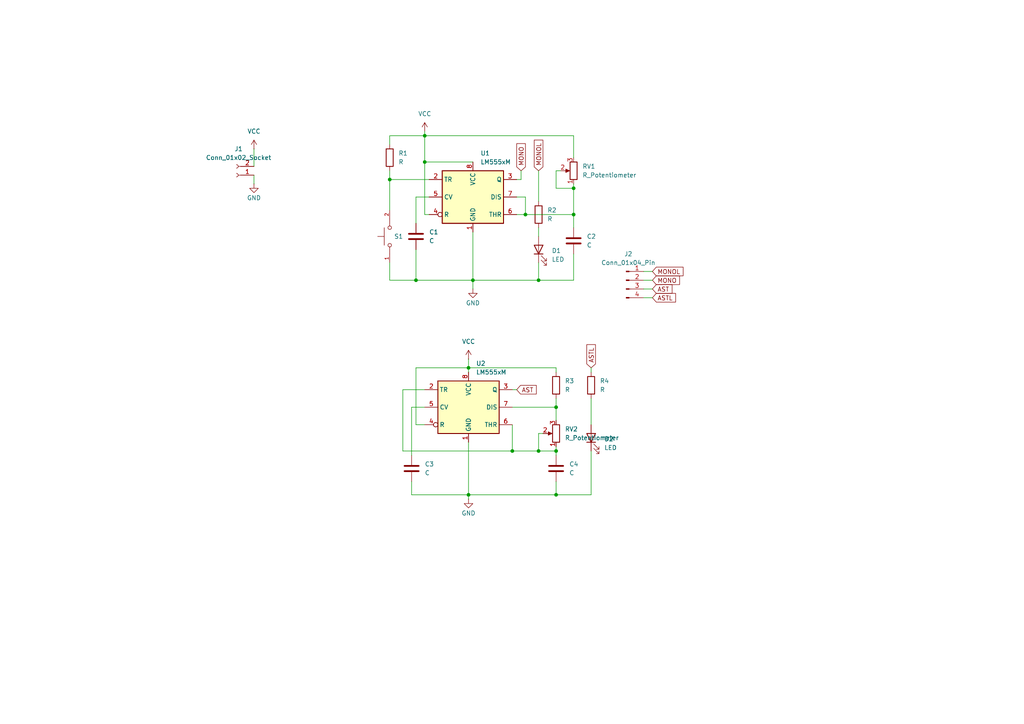
<source format=kicad_sch>
(kicad_sch (version 20231120) (generator "eeschema") (generator_version "8.0")
  (paper "A4")
  (lib_symbols
    (symbol "Connector:Conn_01x02_Socket" (pin_names (offset 1.016) hide)
      (property "Reference" "J" (at 0 2.54 0))
      (property "Value" "Conn_01x02_Socket" (at 0 -5.08 0))
      (symbol "Conn_01x02_Socket_1_1"
        (arc (start 0 -2.032) (mid -0.5058 -2.54) (end 0 -3.048) (stroke (width 0.1524)))
        (polyline (pts (xy -1.27 -2.54) (xy -0.508 -2.54)) (stroke (width 0.1524)))
        (polyline (pts (xy -1.27 0) (xy -0.508 0)) (stroke (width 0.1524)))
        (arc (start 0 0.508) (mid -0.5058 0) (end 0 -0.508) (stroke (width 0.1524)))
        (pin passive line (at -5.08 0 0) (length 3.81) (name "Pin_1") (number "1"))
        (pin passive line (at -5.08 -2.54 0) (length 3.81) (name "Pin_2") (number "2"))
      )
    )
    (symbol "Connector:Conn_01x04_Pin" (pin_names (offset 1.016) hide)
      (property "Reference" "J" (at 0 5.08 0))
      (property "Value" "Conn_01x04_Pin" (at 0 -7.62 0))
      (symbol "Conn_01x04_Pin_1_1"
        (polyline (pts (xy 1.27 -5.08) (xy 0.8636 -5.08)) (stroke (width 0.1524)))
        (polyline (pts (xy 1.27 -2.54) (xy 0.8636 -2.54)) (stroke (width 0.1524)))
        (polyline (pts (xy 1.27 0) (xy 0.8636 0)) (stroke (width 0.1524)))
        (polyline (pts (xy 1.27 2.54) (xy 0.8636 2.54)) (stroke (width 0.1524)))
        (rectangle (start 0.8636 -4.953) (end 0 -5.207) (stroke (width 0.1524)) (fill (type outline)))
        (rectangle (start 0.8636 -2.413) (end 0 -2.667) (stroke (width 0.1524)) (fill (type outline)))
        (rectangle (start 0.8636 0.127) (end 0 -0.127) (stroke (width 0.1524)) (fill (type outline)))
        (rectangle (start 0.8636 2.667) (end 0 2.413) (stroke (width 0.1524)) (fill (type outline)))
        (pin passive line (at 5.08 2.54 180) (length 3.81) (name "Pin_1") (number "1"))
        (pin passive line (at 5.08 0 180) (length 3.81) (name "Pin_2") (number "2"))
        (pin passive line (at 5.08 -2.54 180) (length 3.81) (name "Pin_3") (number "3"))
        (pin passive line (at 5.08 -5.08 180) (length 3.81) (name "Pin_4") (number "4"))
      )
    )
    (symbol "Device:C" (pin_numbers hide) (pin_names (offset 0.254))
      (property "Reference" "C" (at 0.635 2.54 0))
      (property "Value" "C" (at 0.635 -2.54 0))
      (symbol "C_0_1"
        (polyline (pts (xy -2.032 -0.762) (xy 2.032 -0.762)) (stroke (width 0.508)))
        (polyline (pts (xy -2.032 0.762) (xy 2.032 0.762)) (stroke (width 0.508)))
      )
      (symbol "C_1_1"
        (pin passive line (at 0 3.81 270) (length 2.794) (name "~") (number "1"))
        (pin passive line (at 0 -3.81 90) (length 2.794) (name "~") (number "2"))
      )
    )
    (symbol "Device:LED" (pin_numbers hide) (pin_names (offset 1.016) hide)
      (property "Reference" "D" (at 0 2.54 0))
      (property "Value" "LED" (at 0 -2.54 0))
      (symbol "LED_0_1"
        (polyline (pts (xy -1.27 -1.27) (xy -1.27 1.27)) (stroke (width 0.254)))
        (polyline (pts (xy -1.27 0) (xy 1.27 0)))
        (polyline (pts (xy 1.27 -1.27) (xy 1.27 1.27) (xy -1.27 0) (xy 1.27 -1.27)) (stroke (width 0.254)))
        (polyline (pts (xy -3.048 -0.762) (xy -4.572 -2.286) (xy -3.81 -2.286) (xy -4.572 -2.286) (xy -4.572 -1.524)))
        (polyline (pts (xy -1.778 -0.762) (xy -3.302 -2.286) (xy -2.54 -2.286) (xy -3.302 -2.286) (xy -3.302 -1.524)))
      )
      (symbol "LED_1_1"
        (pin passive line (at -3.81 0 0) (length 2.54) (name "K") (number "1"))
        (pin passive line (at 3.81 0 180) (length 2.54) (name "A") (number "2"))
      )
    )
    (symbol "Device:R" (pin_numbers hide) (pin_names (offset 0))
      (property "Reference" "R" (at 2.032 0 90))
      (property "Value" "R" (at 0 0 90))
      (symbol "R_0_1"
        (rectangle (start -1.016 -2.54) (end 1.016 2.54) (stroke (width 0.254)))
      )
      (symbol "R_1_1"
        (pin passive line (at 0 3.81 270) (length 1.27) (name "~") (number "1"))
        (pin passive line (at 0 -3.81 90) (length 1.27) (name "~") (number "2"))
      )
    )
    (symbol "Device:R_Potentiometer" (pin_names (offset 1.016) hide)
      (property "Reference" "RV" (at -4.445 0 90))
      (property "Value" "R_Potentiometer" (at -2.54 0 90))
      (symbol "R_Potentiometer_0_1"
        (polyline (pts (xy 2.54 0) (xy 1.524 0)))
        (polyline (pts (xy 1.143 0) (xy 2.286 0.508) (xy 2.286 -0.508) (xy 1.143 0)) (fill (type outline)))
        (rectangle (start 1.016 2.54) (end -1.016 -2.54) (stroke (width 0.254)))
      )
      (symbol "R_Potentiometer_1_1"
        (pin passive line (at 0 3.81 270) (length 1.27) (name "1") (number "1"))
        (pin passive line (at 3.81 0 180) (length 1.27) (name "2") (number "2"))
        (pin passive line (at 0 -3.81 90) (length 1.27) (name "3") (number "3"))
      )
    )
    (symbol "TL59NF160Q:TL59NF160Q" (pin_names (offset 1.016))
      (property "Reference" "S" (at -7.62 5.08 0))
      (property "Value" "TL59NF160Q" (at -7.62 -5.08 0))
      (symbol "TL59NF160Q_0_0"
        (circle (center -2.54 0) (radius 0.508) (stroke (width 0.1524)))
        (polyline (pts (xy -5.08 0) (xy -3.048 0)) (stroke (width 0.1524)))
        (polyline (pts (xy -2.54 1.5875) (xy 0 1.5875)) (stroke (width 0.1524)))
        (polyline (pts (xy 0 1.5875) (xy 0 3.4925)) (stroke (width 0.1524)))
        (polyline (pts (xy 0 1.5875) (xy 2.54 1.5875)) (stroke (width 0.1524)))
        (polyline (pts (xy 5.08 0) (xy 3.048 0)) (stroke (width 0.1524)))
        (circle (center 2.54 0) (radius 0.508) (stroke (width 0.1524)))
        (pin passive line (at -7.62 0 0) (length 2.54) (name "~") (number "1"))
        (pin passive line (at 7.62 0 180) (length 2.54) (name "~") (number "2"))
      )
    )
    (symbol "Timer:LM555xM"
      (property "Reference" "U" (at -10.16 8.89 0))
      (property "Value" "LM555xM" (at 2.54 8.89 0))
      (symbol "LM555xM_0_0"
        (pin power_in line (at 0 -10.16 90) (length 2.54) (name "GND") (number "1"))
        (pin power_in line (at 0 10.16 270) (length 2.54) (name "VCC") (number "8"))
      )
      (symbol "LM555xM_0_1"
        (rectangle (start -8.89 -7.62) (end 8.89 7.62) (stroke (width 0.254)) (fill (type background)))
        (rectangle (start -8.89 -7.62) (end 8.89 7.62) (stroke (width 0.254)) (fill (type background)))
      )
      (symbol "LM555xM_1_1"
        (pin input line (at -12.7 5.08 0) (length 3.81) (name "TR") (number "2"))
        (pin output line (at 12.7 5.08 180) (length 3.81) (name "Q") (number "3"))
        (pin input inverted (at -12.7 -5.08 0) (length 3.81) (name "R") (number "4"))
        (pin input line (at -12.7 0 0) (length 3.81) (name "CV") (number "5"))
        (pin input line (at 12.7 -5.08 180) (length 3.81) (name "THR") (number "6"))
        (pin input line (at 12.7 0 180) (length 3.81) (name "DIS") (number "7"))
      )
    )
    (symbol "power:GND" (power) (pin_numbers hide) (pin_names (offset 0) hide)
      (property "Value" "GND" (at 0 -3.81 0))
      (symbol "GND_0_1"
        (polyline (pts (xy 0 0) (xy 0 -1.27) (xy 1.27 -1.27) (xy 0 -2.54) (xy -1.27 -1.27) (xy 0 -1.27)))
      )
      (symbol "GND_1_1"
        (pin power_in line (at 0 0 270) (length 0) (name "~") (number "1"))
      )
    )
    (symbol "power:VCC" (power) (pin_numbers hide) (pin_names (offset 0) hide)
      (property "Value" "VCC" (at 0 3.556 0))
      (symbol "VCC_0_1"
        (polyline (pts (xy -0.762 1.27) (xy 0 2.54)))
        (polyline (pts (xy 0 0) (xy 0 2.54)))
        (polyline (pts (xy 0 2.54) (xy 0.762 1.27)))
      )
      (symbol "VCC_1_1"
        (pin power_in line (at 0 0 90) (length 0) (name "~") (number "1"))
      )
    )
  )
  (junction (at 120.65 81.28))
  (junction (at 152.4 62.23))
  (junction (at 123.19 46.99))
  (junction (at 156.21 130.81))
  (junction (at 148.59 130.81))
  (junction (at 123.19 39.37))
  (junction (at 137.16 81.28))
  (junction (at 135.89 106.68))
  (junction (at 156.21 81.28))
  (junction (at 113.03 52.07))
  (junction (at 166.37 54.61))
  (junction (at 161.29 118.11))
  (junction (at 161.29 143.51))
  (junction (at 161.29 130.81))
  (junction (at 135.89 143.51))
  (junction (at 166.37 62.23))
  (wire (pts (xy 123.19 46.99) (xy 123.19 39.37)))
  (wire (pts (xy 113.03 76.2) (xy 113.03 81.28)))
  (wire (pts (xy 161.29 139.7) (xy 161.29 143.51)))
  (wire (pts (xy 149.86 52.07) (xy 151.13 52.07)))
  (wire (pts (xy 162.56 49.53) (xy 161.29 49.53)))
  (wire (pts (xy 156.21 130.81) (xy 161.29 130.81)))
  (wire (pts (xy 152.4 62.23) (xy 166.37 62.23)))
  (wire (pts (xy 123.19 39.37) (xy 123.19 38.1)))
  (wire (pts (xy 148.59 130.81) (xy 156.21 130.81)))
  (wire (pts (xy 156.21 66.04) (xy 156.21 68.58)))
  (wire (pts (xy 120.65 72.39) (xy 120.65 81.28)))
  (wire (pts (xy 135.89 107.95) (xy 135.89 106.68)))
  (wire (pts (xy 149.86 57.15) (xy 152.4 57.15)))
  (wire (pts (xy 116.84 130.81) (xy 148.59 130.81)))
  (wire (pts (xy 189.23 78.74) (xy 186.69 78.74)))
  (wire (pts (xy 123.19 118.11) (xy 119.38 118.11)))
  (wire (pts (xy 120.65 123.19) (xy 120.65 106.68)))
  (wire (pts (xy 124.46 57.15) (xy 120.65 57.15)))
  (wire (pts (xy 73.66 53.34) (xy 73.66 50.8)))
  (wire (pts (xy 116.84 113.03) (xy 116.84 130.81)))
  (wire (pts (xy 135.89 128.27) (xy 135.89 143.51)))
  (wire (pts (xy 137.16 81.28) (xy 156.21 81.28)))
  (wire (pts (xy 157.48 125.73) (xy 156.21 125.73)))
  (wire (pts (xy 123.19 46.99) (xy 123.19 62.23)))
  (wire (pts (xy 161.29 106.68) (xy 135.89 106.68)))
  (wire (pts (xy 135.89 143.51) (xy 161.29 143.51)))
  (wire (pts (xy 113.03 39.37) (xy 113.03 41.91)))
  (wire (pts (xy 171.45 106.68) (xy 171.45 107.95)))
  (wire (pts (xy 161.29 118.11) (xy 161.29 121.92)))
  (wire (pts (xy 148.59 113.03) (xy 149.86 113.03)))
  (wire (pts (xy 171.45 115.57) (xy 171.45 123.19)))
  (wire (pts (xy 156.21 49.53) (xy 156.21 58.42)))
  (wire (pts (xy 137.16 67.31) (xy 137.16 81.28)))
  (wire (pts (xy 189.23 81.28) (xy 186.69 81.28)))
  (wire (pts (xy 148.59 118.11) (xy 161.29 118.11)))
  (wire (pts (xy 113.03 39.37) (xy 123.19 39.37)))
  (wire (pts (xy 148.59 123.19) (xy 148.59 130.81)))
  (wire (pts (xy 189.23 86.36) (xy 186.69 86.36)))
  (wire (pts (xy 113.03 52.07) (xy 124.46 52.07)))
  (wire (pts (xy 166.37 45.72) (xy 166.37 39.37)))
  (wire (pts (xy 166.37 62.23) (xy 166.37 66.04)))
  (wire (pts (xy 119.38 118.11) (xy 119.38 132.08)))
  (wire (pts (xy 135.89 104.14) (xy 135.89 106.68)))
  (wire (pts (xy 73.66 43.18) (xy 73.66 48.26)))
  (wire (pts (xy 123.19 62.23) (xy 124.46 62.23)))
  (wire (pts (xy 120.65 57.15) (xy 120.65 64.77)))
  (wire (pts (xy 156.21 81.28) (xy 166.37 81.28)))
  (wire (pts (xy 161.29 107.95) (xy 161.29 106.68)))
  (wire (pts (xy 123.19 39.37) (xy 166.37 39.37)))
  (wire (pts (xy 156.21 76.2) (xy 156.21 81.28)))
  (wire (pts (xy 137.16 83.82) (xy 137.16 81.28)))
  (wire (pts (xy 161.29 49.53) (xy 161.29 54.61)))
  (wire (pts (xy 189.23 83.82) (xy 186.69 83.82)))
  (wire (pts (xy 113.03 49.53) (xy 113.03 52.07)))
  (wire (pts (xy 166.37 73.66) (xy 166.37 81.28)))
  (wire (pts (xy 161.29 130.81) (xy 161.29 132.08)))
  (wire (pts (xy 113.03 52.07) (xy 113.03 60.96)))
  (wire (pts (xy 123.19 113.03) (xy 116.84 113.03)))
  (wire (pts (xy 120.65 106.68) (xy 135.89 106.68)))
  (wire (pts (xy 161.29 54.61) (xy 166.37 54.61)))
  (wire (pts (xy 135.89 144.78) (xy 135.89 143.51)))
  (wire (pts (xy 149.86 62.23) (xy 152.4 62.23)))
  (wire (pts (xy 161.29 129.54) (xy 161.29 130.81)))
  (wire (pts (xy 119.38 139.7) (xy 119.38 143.51)))
  (wire (pts (xy 152.4 57.15) (xy 152.4 62.23)))
  (wire (pts (xy 123.19 46.99) (xy 137.16 46.99)))
  (wire (pts (xy 166.37 53.34) (xy 166.37 54.61)))
  (wire (pts (xy 161.29 143.51) (xy 171.45 143.51)))
  (wire (pts (xy 151.13 52.07) (xy 151.13 49.53)))
  (wire (pts (xy 166.37 54.61) (xy 166.37 62.23)))
  (wire (pts (xy 119.38 143.51) (xy 135.89 143.51)))
  (wire (pts (xy 113.03 81.28) (xy 120.65 81.28)))
  (wire (pts (xy 120.65 81.28) (xy 137.16 81.28)))
  (wire (pts (xy 171.45 130.81) (xy 171.45 143.51)))
  (wire (pts (xy 156.21 125.73) (xy 156.21 130.81)))
  (wire (pts (xy 161.29 115.57) (xy 161.29 118.11)))
  (wire (pts (xy 123.19 123.19) (xy 120.65 123.19)))
  (global_label "MONOL" (shape input) (at 189.23 78.74 0) (property "Intersheetrefs" "${INTERSHEET_REFS}" (effects (hide yes))))
  (global_label "MONO" (shape input) (at 189.23 81.28 0) (property "Intersheetrefs" "${INTERSHEET_REFS}" (effects (hide yes))))
  (global_label "MONO" (shape input) (at 151.13 49.53 90) (property "Intersheetrefs" "${INTERSHEET_REFS}" (effects (hide yes))))
  (global_label "ASTL" (shape input) (at 189.23 86.36 0) (property "Intersheetrefs" "${INTERSHEET_REFS}" (effects (hide yes))))
  (global_label "AST" (shape input) (at 149.86 113.03 0) (property "Intersheetrefs" "${INTERSHEET_REFS}" (effects (hide yes))))
  (global_label "MONOL" (shape input) (at 156.21 49.53 90) (property "Intersheetrefs" "${INTERSHEET_REFS}" (effects (hide yes))))
  (global_label "AST" (shape input) (at 189.23 83.82 0) (property "Intersheetrefs" "${INTERSHEET_REFS}" (effects (hide yes))))
  (global_label "ASTL" (shape input) (at 171.45 106.68 90) (property "Intersheetrefs" "${INTERSHEET_REFS}" (effects (hide yes))))
  (symbol (lib_id "power:GND") (at 73.66 53.34 0) (unit 1)
    (property "Reference" "#PWR04" (effects (hide yes)))
    (property "Value" "GND" (at 73.66 57.404 0))
    (property "Description" "Power symbol creates a global label with name \"GND\" , ground" (effects (hide yes)))
  )
  (symbol (lib_id "Device:R") (at 113.03 45.72 0) (unit 1)
    (property "Reference" "R1" (at 115.57 44.4499 0) (effects (justify left)))
    (property "Value" "R" (at 115.57 46.9899 0) (effects (justify left)))
    (property "Footprint" "Resistor_THT:R_Axial_DIN0207_L6.3mm_D2.5mm_P10.16mm_Horizontal" (effects (hide yes)))
    (property "Description" "Resistor" (effects (hide yes)))
  )
  (symbol (lib_id "Device:R_Potentiometer") (at 161.29 125.73 180) (unit 1)
    (property "Reference" "RV2" (at 163.83 124.4599 0) (effects (justify right)))
    (property "Value" "R_Potentiometer" (at 163.83 126.9999 0) (effects (justify right)))
    (property "Footprint" "Potentiometer_THT:Potentiometer_Omeg_PC16BU_Vertical" (effects (hide yes)))
    (property "Description" "Potentiometer" (effects (hide yes)))
  )
  (symbol (lib_id "Device:C") (at 119.38 135.89 0) (unit 1)
    (property "Reference" "C3" (at 123.19 134.6199 0) (effects (justify left)))
    (property "Value" "C" (at 123.19 137.1599 0) (effects (justify left)))
    (property "Footprint" "Capacitor_THT:CP_Radial_Tantal_D4.5mm_P5.00mm" (effects (hide yes)))
    (property "Description" "Unpolarized capacitor" (effects (hide yes)))
  )
  (symbol (lib_id "Device:R") (at 161.29 111.76 0) (unit 1)
    (property "Reference" "R3" (at 163.83 110.4899 0) (effects (justify left)))
    (property "Value" "R" (at 163.83 113.0299 0) (effects (justify left)))
    (property "Footprint" "Resistor_THT:R_Axial_DIN0207_L6.3mm_D2.5mm_P10.16mm_Horizontal" (effects (hide yes)))
    (property "Description" "Resistor" (effects (hide yes)))
  )
  (symbol (lib_id "Connector:Conn_01x02_Socket") (at 68.58 50.8 180) (unit 1)
    (property "Reference" "J1" (at 69.215 43.18 0))
    (property "Value" "Conn_01x02_Socket" (at 69.215 45.72 0))
    (property "Footprint" "Connector_PinHeader_2.54mm:PinHeader_1x02_P2.54mm_Vertical" (effects (hide yes)))
    (property "Description" "Generic connector, single row, 01x02, script generated" (effects (hide yes)))
  )
  (symbol (lib_id "Device:R_Potentiometer") (at 166.37 49.53 180) (unit 1)
    (property "Reference" "RV1" (at 168.91 48.2599 0) (effects (justify right)))
    (property "Value" "R_Potentiometer" (at 168.91 50.7999 0) (effects (justify right)))
    (property "Footprint" "Potentiometer_THT:Potentiometer_Omeg_PC16BU_Vertical" (effects (hide yes)))
    (property "Description" "Potentiometer" (effects (hide yes)))
  )
  (symbol (lib_id "power:VCC") (at 123.19 38.1 0) (unit 1)
    (property "Reference" "#PWR02" (effects (hide yes)))
    (property "Value" "VCC" (at 123.19 33.02 0))
    (property "Description" "Power symbol creates a global label with name \"VCC\"" (effects (hide yes)))
  )
  (symbol (lib_id "Timer:LM555xM") (at 137.16 57.15 0) (unit 1)
    (property "Reference" "U1" (at 139.3541 44.45 0) (effects (justify left)))
    (property "Value" "LM555xM" (at 139.3541 46.99 0) (effects (justify left)))
    (property "Footprint" "Package_DIP:DIP-8_W7.62mm_LongPads" (effects (hide yes)))
    (property "Datasheet" "http://www.ti.com/lit/ds/symlink/lm555.pdf" (effects (hide yes)))
    (property "Description" "Timer, 555 compatible, SOIC-8" (effects (hide yes)))
  )
  (symbol (lib_id "Timer:LM555xM") (at 135.89 118.11 0) (unit 1)
    (property "Reference" "U2" (at 138.0841 105.41 0) (effects (justify left)))
    (property "Value" "LM555xM" (at 138.0841 107.95 0) (effects (justify left)))
    (property "Footprint" "Package_DIP:DIP-8_W7.62mm_LongPads" (effects (hide yes)))
    (property "Datasheet" "http://www.ti.com/lit/ds/symlink/lm555.pdf" (effects (hide yes)))
    (property "Description" "Timer, 555 compatible, SOIC-8" (effects (hide yes)))
  )
  (symbol (lib_id "Device:LED") (at 171.45 127 90) (unit 1)
    (property "Reference" "D2" (at 175.26 127.3174 90) (effects (justify right)))
    (property "Value" "LED" (at 175.26 129.8574 90) (effects (justify right)))
    (property "Footprint" "LED_THT:LED_D8.0mm" (effects (hide yes)))
    (property "Description" "Light emitting diode" (effects (hide yes)))
  )
  (symbol (lib_id "Device:C") (at 120.65 68.58 0) (unit 1)
    (property "Reference" "C1" (at 124.46 67.3099 0) (effects (justify left)))
    (property "Value" "C" (at 124.46 69.8499 0) (effects (justify left)))
    (property "Footprint" "Capacitor_THT:CP_Radial_Tantal_D4.5mm_P5.00mm" (effects (hide yes)))
    (property "Description" "Unpolarized capacitor" (effects (hide yes)))
  )
  (symbol (lib_id "TL59NF160Q:TL59NF160Q") (at 113.03 68.58 90) (unit 1)
    (property "Reference" "S1" (at 114.3 68.5799 90) (effects (justify right)))
    (property "Value" "TL59NF160Q" (effects (hide yes)))
    (property "Footprint" "TL59NF160Q:SW_TL59NF160Q" (effects (hide yes)))
    (property "MF" "E-Switch" (effects (hide yes)))
    (property "MAXIMUM_PACKAGE_HEIGHT" "4.3 mm" (effects (hide yes)))
    (property "Package" "None" (effects (hide yes)))
    (property "Price" "None" (effects (hide yes)))
    (property "Check_prices" "https://www.snapeda.com/parts/TL59NF160Q/E-Switch/view-part/?ref=eda" (effects (hide yes)))
    (property "STANDARD" "Manufacturer Recommendations" (effects (hide yes)))
    (property "PARTREV" "G" (effects (hide yes)))
    (property "SnapEDA_Link" "https://www.snapeda.com/parts/TL59NF160Q/E-Switch/view-part/?ref=snap" (effects (hide yes)))
    (property "MP" "TL59NF160Q" (effects (hide yes)))
    (property "Description_1" "\nSWITCH TACTILE SPST-NO 0.05A 12V\n" (effects (hide yes)))
    (property "MANUFACTURER" "E-Switch" (effects (hide yes)))
    (property "Availability" "In Stock" (effects (hide yes)))
    (property "SNAPEDA_PN" "TL59NF160Q" (effects (hide yes)))
  )
  (symbol (lib_id "power:VCC") (at 73.66 43.18 0) (unit 1)
    (property "Reference" "#PWR03" (effects (hide yes)))
    (property "Value" "VCC" (at 73.66 38.1 0))
    (property "Description" "Power symbol creates a global label with name \"VCC\"" (effects (hide yes)))
  )
  (symbol (lib_id "Device:R") (at 156.21 62.23 0) (unit 1)
    (property "Reference" "R2" (at 158.75 60.9599 0) (effects (justify left)))
    (property "Value" "R" (at 158.75 63.4999 0) (effects (justify left)))
    (property "Footprint" "Resistor_THT:R_Axial_DIN0207_L6.3mm_D2.5mm_P10.16mm_Horizontal" (effects (hide yes)))
    (property "Description" "Resistor" (effects (hide yes)))
  )
  (symbol (lib_id "Device:LED") (at 156.21 72.39 90) (unit 1)
    (property "Reference" "D1" (at 160.02 72.7074 90) (effects (justify right)))
    (property "Value" "LED" (at 160.02 75.2474 90) (effects (justify right)))
    (property "Footprint" "LED_THT:LED_D8.0mm" (effects (hide yes)))
    (property "Description" "Light emitting diode" (effects (hide yes)))
  )
  (symbol (lib_id "Device:C") (at 166.37 69.85 0) (unit 1)
    (property "Reference" "C2" (at 170.18 68.5799 0) (effects (justify left)))
    (property "Value" "C" (at 170.18 71.1199 0) (effects (justify left)))
    (property "Footprint" "Capacitor_THT:CP_Radial_Tantal_D4.5mm_P5.00mm" (effects (hide yes)))
    (property "Description" "Unpolarized capacitor" (effects (hide yes)))
  )
  (symbol (lib_id "Device:C") (at 161.29 135.89 0) (unit 1)
    (property "Reference" "C4" (at 165.1 134.6199 0) (effects (justify left)))
    (property "Value" "C" (at 165.1 137.1599 0) (effects (justify left)))
    (property "Footprint" "Capacitor_THT:CP_Radial_Tantal_D4.5mm_P5.00mm" (effects (hide yes)))
    (property "Description" "Unpolarized capacitor" (effects (hide yes)))
  )
  (symbol (lib_id "power:VCC") (at 135.89 104.14 0) (unit 1)
    (property "Reference" "#PWR06" (effects (hide yes)))
    (property "Value" "VCC" (at 135.89 99.06 0))
    (property "Description" "Power symbol creates a global label with name \"VCC\"" (effects (hide yes)))
  )
  (symbol (lib_id "power:GND") (at 137.16 83.82 0) (unit 1)
    (property "Reference" "#PWR01" (effects (hide yes)))
    (property "Value" "GND" (at 137.16 87.884 0))
    (property "Description" "Power symbol creates a global label with name \"GND\" , ground" (effects (hide yes)))
  )
  (symbol (lib_id "power:GND") (at 135.89 144.78 0) (unit 1)
    (property "Reference" "#PWR05" (effects (hide yes)))
    (property "Value" "GND" (at 135.89 148.844 0))
    (property "Description" "Power symbol creates a global label with name \"GND\" , ground" (effects (hide yes)))
  )
  (symbol (lib_id "Connector:Conn_01x04_Pin") (at 181.61 81.28 0) (unit 1)
    (property "Reference" "J2" (at 182.245 73.66 0))
    (property "Value" "Conn_01x04_Pin" (at 182.245 76.2 0))
    (property "Footprint" "Connector_PinHeader_2.54mm:PinHeader_1x04_P2.54mm_Vertical" (effects (hide yes)))
    (property "Description" "Generic connector, single row, 01x04, script generated" (effects (hide yes)))
  )
  (symbol (lib_id "Device:R") (at 171.45 111.76 180) (unit 1)
    (property "Reference" "R4" (at 173.99 110.4899 0) (effects (justify right)))
    (property "Value" "R" (at 173.99 113.0299 0) (effects (justify right)))
    (property "Footprint" "Resistor_THT:R_Axial_DIN0207_L6.3mm_D2.5mm_P10.16mm_Horizontal" (effects (hide yes)))
    (property "Description" "Resistor" (effects (hide yes)))
  )
)
</source>
